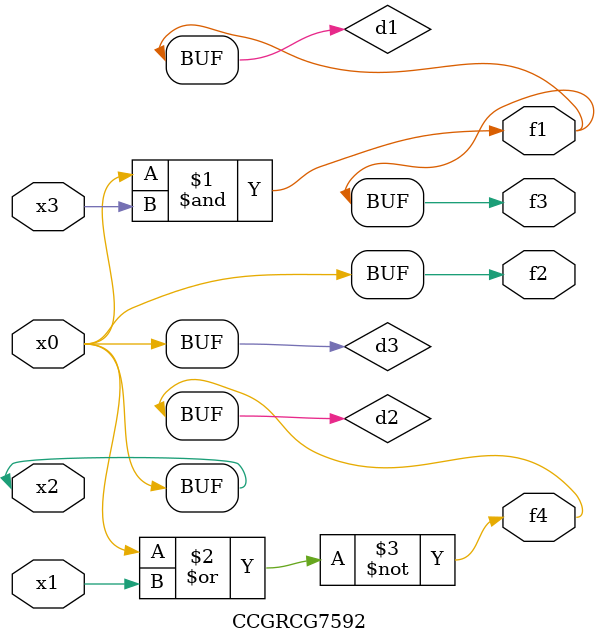
<source format=v>
module CCGRCG7592(
	input x0, x1, x2, x3,
	output f1, f2, f3, f4
);

	wire d1, d2, d3;

	and (d1, x2, x3);
	nor (d2, x0, x1);
	buf (d3, x0, x2);
	assign f1 = d1;
	assign f2 = d3;
	assign f3 = d1;
	assign f4 = d2;
endmodule

</source>
